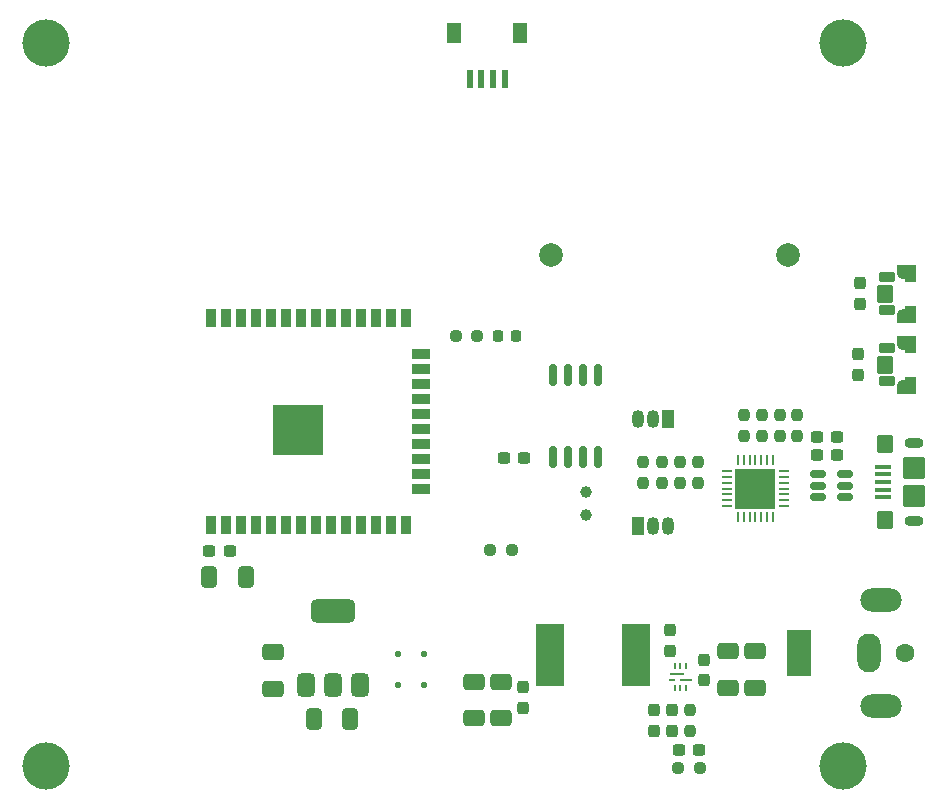
<source format=gbr>
%TF.GenerationSoftware,KiCad,Pcbnew,9.0.3*%
%TF.CreationDate,2025-08-19T04:28:39+03:00*%
%TF.ProjectId,esp,6573702e-6b69-4636-9164-5f7063625858,rev?*%
%TF.SameCoordinates,Original*%
%TF.FileFunction,Soldermask,Top*%
%TF.FilePolarity,Negative*%
%FSLAX46Y46*%
G04 Gerber Fmt 4.6, Leading zero omitted, Abs format (unit mm)*
G04 Created by KiCad (PCBNEW 9.0.3) date 2025-08-19 04:28:39*
%MOMM*%
%LPD*%
G01*
G04 APERTURE LIST*
G04 Aperture macros list*
%AMRoundRect*
0 Rectangle with rounded corners*
0 $1 Rounding radius*
0 $2 $3 $4 $5 $6 $7 $8 $9 X,Y pos of 4 corners*
0 Add a 4 corners polygon primitive as box body*
4,1,4,$2,$3,$4,$5,$6,$7,$8,$9,$2,$3,0*
0 Add four circle primitives for the rounded corners*
1,1,$1+$1,$2,$3*
1,1,$1+$1,$4,$5*
1,1,$1+$1,$6,$7*
1,1,$1+$1,$8,$9*
0 Add four rect primitives between the rounded corners*
20,1,$1+$1,$2,$3,$4,$5,0*
20,1,$1+$1,$4,$5,$6,$7,0*
20,1,$1+$1,$6,$7,$8,$9,0*
20,1,$1+$1,$8,$9,$2,$3,0*%
G04 Aperture macros list end*
%ADD10C,0.010000*%
%ADD11C,1.000000*%
%ADD12RoundRect,0.125000X-0.125000X-0.125000X0.125000X-0.125000X0.125000X0.125000X-0.125000X0.125000X0*%
%ADD13RoundRect,0.250000X-0.650000X0.412500X-0.650000X-0.412500X0.650000X-0.412500X0.650000X0.412500X0*%
%ADD14RoundRect,0.237500X0.250000X0.237500X-0.250000X0.237500X-0.250000X-0.237500X0.250000X-0.237500X0*%
%ADD15RoundRect,0.237500X-0.237500X0.300000X-0.237500X-0.300000X0.237500X-0.300000X0.237500X0.300000X0*%
%ADD16RoundRect,0.150000X-0.512500X-0.150000X0.512500X-0.150000X0.512500X0.150000X-0.512500X0.150000X0*%
%ADD17R,0.249999X0.549999*%
%ADD18R,1.000000X0.249999*%
%ADD19R,1.300000X0.249999*%
%ADD20R,0.549999X0.249999*%
%ADD21R,0.600000X1.550000*%
%ADD22R,1.200000X1.800000*%
%ADD23R,1.050000X1.500000*%
%ADD24O,1.050000X1.500000*%
%ADD25RoundRect,0.375000X0.375000X-0.625000X0.375000X0.625000X-0.375000X0.625000X-0.375000X-0.625000X0*%
%ADD26RoundRect,0.500000X1.400000X-0.500000X1.400000X0.500000X-1.400000X0.500000X-1.400000X-0.500000X0*%
%ADD27RoundRect,0.237500X0.237500X-0.250000X0.237500X0.250000X-0.237500X0.250000X-0.237500X-0.250000X0*%
%ADD28RoundRect,0.150000X0.150000X-0.800000X0.150000X0.800000X-0.150000X0.800000X-0.150000X-0.800000X0*%
%ADD29RoundRect,0.100000X0.575000X-0.100000X0.575000X0.100000X-0.575000X0.100000X-0.575000X-0.100000X0*%
%ADD30O,1.600000X0.900000*%
%ADD31RoundRect,0.250000X0.450000X-0.550000X0.450000X0.550000X-0.450000X0.550000X-0.450000X-0.550000X0*%
%ADD32RoundRect,0.250000X0.700000X-0.700000X0.700000X0.700000X-0.700000X0.700000X-0.700000X-0.700000X0*%
%ADD33RoundRect,0.237500X-0.300000X-0.237500X0.300000X-0.237500X0.300000X0.237500X-0.300000X0.237500X0*%
%ADD34RoundRect,0.237500X-0.237500X0.250000X-0.237500X-0.250000X0.237500X-0.250000X0.237500X0.250000X0*%
%ADD35RoundRect,0.102000X-0.550000X0.350000X-0.550000X-0.350000X0.550000X-0.350000X0.550000X0.350000X0*%
%ADD36RoundRect,0.102000X-0.550000X0.700000X-0.550000X-0.700000X0.550000X-0.700000X0.550000X0.700000X0*%
%ADD37C,2.000000*%
%ADD38C,4.000000*%
%ADD39RoundRect,0.237500X0.237500X-0.300000X0.237500X0.300000X-0.237500X0.300000X-0.237500X-0.300000X0*%
%ADD40RoundRect,0.218750X0.218750X0.256250X-0.218750X0.256250X-0.218750X-0.256250X0.218750X-0.256250X0*%
%ADD41RoundRect,0.062500X0.337500X0.062500X-0.337500X0.062500X-0.337500X-0.062500X0.337500X-0.062500X0*%
%ADD42RoundRect,0.062500X0.062500X0.337500X-0.062500X0.337500X-0.062500X-0.337500X0.062500X-0.337500X0*%
%ADD43R,3.350000X3.350000*%
%ADD44RoundRect,0.250000X0.412500X0.650000X-0.412500X0.650000X-0.412500X-0.650000X0.412500X-0.650000X0*%
%ADD45C,1.600000*%
%ADD46R,2.000000X4.000000*%
%ADD47O,2.000000X3.300000*%
%ADD48O,3.500000X2.000000*%
%ADD49R,0.900000X1.500000*%
%ADD50R,1.500000X0.900000*%
%ADD51R,4.200000X4.200000*%
%ADD52R,2.413000X5.334000*%
%ADD53RoundRect,0.237500X0.300000X0.237500X-0.300000X0.237500X-0.300000X-0.237500X0.300000X-0.237500X0*%
%ADD54RoundRect,0.237500X-0.250000X-0.237500X0.250000X-0.237500X0.250000X0.237500X-0.250000X0.237500X0*%
G04 APERTURE END LIST*
D10*
%TO.C,S1*%
X118087500Y-70150000D02*
X116537500Y-70150000D01*
X116537500Y-69575000D01*
X116538500Y-69549000D01*
X116540500Y-69523000D01*
X116543500Y-69497000D01*
X116548500Y-69471000D01*
X116554500Y-69446000D01*
X116561500Y-69420000D01*
X116570500Y-69396000D01*
X116580500Y-69372000D01*
X116591500Y-69348000D01*
X116604500Y-69325000D01*
X116618500Y-69303000D01*
X116632500Y-69281000D01*
X116648500Y-69260000D01*
X116665500Y-69240000D01*
X116683500Y-69221000D01*
X116702500Y-69203000D01*
X116722500Y-69186000D01*
X116743500Y-69170000D01*
X116765500Y-69156000D01*
X116787500Y-69142000D01*
X116810500Y-69129000D01*
X116834500Y-69118000D01*
X116858500Y-69108000D01*
X116882500Y-69099000D01*
X116908500Y-69092000D01*
X116933500Y-69086000D01*
X116959500Y-69081000D01*
X116985500Y-69078000D01*
X117011500Y-69076000D01*
X117037500Y-69075000D01*
X117237500Y-69075000D01*
X117237500Y-68800000D01*
X118087500Y-68800000D01*
X118087500Y-70150000D01*
G36*
X118087500Y-70150000D02*
G01*
X116537500Y-70150000D01*
X116537500Y-69575000D01*
X116538500Y-69549000D01*
X116540500Y-69523000D01*
X116543500Y-69497000D01*
X116548500Y-69471000D01*
X116554500Y-69446000D01*
X116561500Y-69420000D01*
X116570500Y-69396000D01*
X116580500Y-69372000D01*
X116591500Y-69348000D01*
X116604500Y-69325000D01*
X116618500Y-69303000D01*
X116632500Y-69281000D01*
X116648500Y-69260000D01*
X116665500Y-69240000D01*
X116683500Y-69221000D01*
X116702500Y-69203000D01*
X116722500Y-69186000D01*
X116743500Y-69170000D01*
X116765500Y-69156000D01*
X116787500Y-69142000D01*
X116810500Y-69129000D01*
X116834500Y-69118000D01*
X116858500Y-69108000D01*
X116882500Y-69099000D01*
X116908500Y-69092000D01*
X116933500Y-69086000D01*
X116959500Y-69081000D01*
X116985500Y-69078000D01*
X117011500Y-69076000D01*
X117037500Y-69075000D01*
X117237500Y-69075000D01*
X117237500Y-68800000D01*
X118087500Y-68800000D01*
X118087500Y-70150000D01*
G37*
X118087500Y-66675000D02*
X118087500Y-66700000D01*
X117237500Y-66700000D01*
X117237500Y-66425000D01*
X117037500Y-66425000D01*
X117011500Y-66424000D01*
X116985500Y-66422000D01*
X116959500Y-66419000D01*
X116933500Y-66414000D01*
X116908500Y-66408000D01*
X116882500Y-66401000D01*
X116858500Y-66392000D01*
X116834500Y-66382000D01*
X116810500Y-66371000D01*
X116787500Y-66358000D01*
X116765500Y-66344000D01*
X116743500Y-66330000D01*
X116722500Y-66314000D01*
X116702500Y-66297000D01*
X116683500Y-66279000D01*
X116665500Y-66260000D01*
X116648500Y-66240000D01*
X116632500Y-66219000D01*
X116618500Y-66197000D01*
X116604500Y-66175000D01*
X116591500Y-66152000D01*
X116580500Y-66128000D01*
X116570500Y-66104000D01*
X116561500Y-66080000D01*
X116554500Y-66054000D01*
X116548500Y-66029000D01*
X116543500Y-66003000D01*
X116540500Y-65977000D01*
X116538500Y-65951000D01*
X116537500Y-65925000D01*
X116537500Y-65350000D01*
X118087500Y-65350000D01*
X118087500Y-66675000D01*
G36*
X118087500Y-66675000D02*
G01*
X118087500Y-66700000D01*
X117237500Y-66700000D01*
X117237500Y-66425000D01*
X117037500Y-66425000D01*
X117011500Y-66424000D01*
X116985500Y-66422000D01*
X116959500Y-66419000D01*
X116933500Y-66414000D01*
X116908500Y-66408000D01*
X116882500Y-66401000D01*
X116858500Y-66392000D01*
X116834500Y-66382000D01*
X116810500Y-66371000D01*
X116787500Y-66358000D01*
X116765500Y-66344000D01*
X116743500Y-66330000D01*
X116722500Y-66314000D01*
X116702500Y-66297000D01*
X116683500Y-66279000D01*
X116665500Y-66260000D01*
X116648500Y-66240000D01*
X116632500Y-66219000D01*
X116618500Y-66197000D01*
X116604500Y-66175000D01*
X116591500Y-66152000D01*
X116580500Y-66128000D01*
X116570500Y-66104000D01*
X116561500Y-66080000D01*
X116554500Y-66054000D01*
X116548500Y-66029000D01*
X116543500Y-66003000D01*
X116540500Y-65977000D01*
X116538500Y-65951000D01*
X116537500Y-65925000D01*
X116537500Y-65350000D01*
X118087500Y-65350000D01*
X118087500Y-66675000D01*
G37*
%TO.C,S2*%
X118087500Y-64150000D02*
X116537500Y-64150000D01*
X116537500Y-63575000D01*
X116538500Y-63549000D01*
X116540500Y-63523000D01*
X116543500Y-63497000D01*
X116548500Y-63471000D01*
X116554500Y-63446000D01*
X116561500Y-63420000D01*
X116570500Y-63396000D01*
X116580500Y-63372000D01*
X116591500Y-63348000D01*
X116604500Y-63325000D01*
X116618500Y-63303000D01*
X116632500Y-63281000D01*
X116648500Y-63260000D01*
X116665500Y-63240000D01*
X116683500Y-63221000D01*
X116702500Y-63203000D01*
X116722500Y-63186000D01*
X116743500Y-63170000D01*
X116765500Y-63156000D01*
X116787500Y-63142000D01*
X116810500Y-63129000D01*
X116834500Y-63118000D01*
X116858500Y-63108000D01*
X116882500Y-63099000D01*
X116908500Y-63092000D01*
X116933500Y-63086000D01*
X116959500Y-63081000D01*
X116985500Y-63078000D01*
X117011500Y-63076000D01*
X117037500Y-63075000D01*
X117237500Y-63075000D01*
X117237500Y-62800000D01*
X118087500Y-62800000D01*
X118087500Y-64150000D01*
G36*
X118087500Y-64150000D02*
G01*
X116537500Y-64150000D01*
X116537500Y-63575000D01*
X116538500Y-63549000D01*
X116540500Y-63523000D01*
X116543500Y-63497000D01*
X116548500Y-63471000D01*
X116554500Y-63446000D01*
X116561500Y-63420000D01*
X116570500Y-63396000D01*
X116580500Y-63372000D01*
X116591500Y-63348000D01*
X116604500Y-63325000D01*
X116618500Y-63303000D01*
X116632500Y-63281000D01*
X116648500Y-63260000D01*
X116665500Y-63240000D01*
X116683500Y-63221000D01*
X116702500Y-63203000D01*
X116722500Y-63186000D01*
X116743500Y-63170000D01*
X116765500Y-63156000D01*
X116787500Y-63142000D01*
X116810500Y-63129000D01*
X116834500Y-63118000D01*
X116858500Y-63108000D01*
X116882500Y-63099000D01*
X116908500Y-63092000D01*
X116933500Y-63086000D01*
X116959500Y-63081000D01*
X116985500Y-63078000D01*
X117011500Y-63076000D01*
X117037500Y-63075000D01*
X117237500Y-63075000D01*
X117237500Y-62800000D01*
X118087500Y-62800000D01*
X118087500Y-64150000D01*
G37*
X118087500Y-60675000D02*
X118087500Y-60700000D01*
X117237500Y-60700000D01*
X117237500Y-60425000D01*
X117037500Y-60425000D01*
X117011500Y-60424000D01*
X116985500Y-60422000D01*
X116959500Y-60419000D01*
X116933500Y-60414000D01*
X116908500Y-60408000D01*
X116882500Y-60401000D01*
X116858500Y-60392000D01*
X116834500Y-60382000D01*
X116810500Y-60371000D01*
X116787500Y-60358000D01*
X116765500Y-60344000D01*
X116743500Y-60330000D01*
X116722500Y-60314000D01*
X116702500Y-60297000D01*
X116683500Y-60279000D01*
X116665500Y-60260000D01*
X116648500Y-60240000D01*
X116632500Y-60219000D01*
X116618500Y-60197000D01*
X116604500Y-60175000D01*
X116591500Y-60152000D01*
X116580500Y-60128000D01*
X116570500Y-60104000D01*
X116561500Y-60080000D01*
X116554500Y-60054000D01*
X116548500Y-60029000D01*
X116543500Y-60003000D01*
X116540500Y-59977000D01*
X116538500Y-59951000D01*
X116537500Y-59925000D01*
X116537500Y-59350000D01*
X118087500Y-59350000D01*
X118087500Y-60675000D01*
G36*
X118087500Y-60675000D02*
G01*
X118087500Y-60700000D01*
X117237500Y-60700000D01*
X117237500Y-60425000D01*
X117037500Y-60425000D01*
X117011500Y-60424000D01*
X116985500Y-60422000D01*
X116959500Y-60419000D01*
X116933500Y-60414000D01*
X116908500Y-60408000D01*
X116882500Y-60401000D01*
X116858500Y-60392000D01*
X116834500Y-60382000D01*
X116810500Y-60371000D01*
X116787500Y-60358000D01*
X116765500Y-60344000D01*
X116743500Y-60330000D01*
X116722500Y-60314000D01*
X116702500Y-60297000D01*
X116683500Y-60279000D01*
X116665500Y-60260000D01*
X116648500Y-60240000D01*
X116632500Y-60219000D01*
X116618500Y-60197000D01*
X116604500Y-60175000D01*
X116591500Y-60152000D01*
X116580500Y-60128000D01*
X116570500Y-60104000D01*
X116561500Y-60080000D01*
X116554500Y-60054000D01*
X116548500Y-60029000D01*
X116543500Y-60003000D01*
X116540500Y-59977000D01*
X116538500Y-59951000D01*
X116537500Y-59925000D01*
X116537500Y-59350000D01*
X118087500Y-59350000D01*
X118087500Y-60675000D01*
G37*
%TD*%
D11*
%TO.C,Y1*%
X90200000Y-80450000D03*
X90200000Y-78550000D03*
%TD*%
D12*
%TO.C,D3*%
X74300000Y-92250000D03*
X76500000Y-92250000D03*
%TD*%
D13*
%TO.C,C6*%
X104500000Y-92037500D03*
X104500000Y-95162500D03*
%TD*%
D14*
%TO.C,R5*%
X83912500Y-83450000D03*
X82087500Y-83450000D03*
%TD*%
D15*
%TO.C,C10*%
X96000000Y-97037500D03*
X96000000Y-98762500D03*
%TD*%
D16*
%TO.C,U1*%
X109862500Y-77050000D03*
X109862500Y-78000000D03*
X109862500Y-78950000D03*
X112137500Y-78950000D03*
X112137500Y-78000000D03*
X112137500Y-77050000D03*
%TD*%
D17*
%TO.C,U6*%
X97699998Y-95124997D03*
X98199997Y-95124997D03*
X98699999Y-95124997D03*
D18*
X98649999Y-94450000D03*
D17*
X98699999Y-93274998D03*
X98199997Y-93274998D03*
X97699998Y-93274998D03*
D19*
X97900001Y-93950000D03*
D20*
X97525000Y-94450000D03*
%TD*%
D21*
%TO.C,J3*%
X83346000Y-43599999D03*
X82345999Y-43599999D03*
X81345999Y-43599999D03*
X80346001Y-43599999D03*
D22*
X84646000Y-39699999D03*
X79046001Y-39699999D03*
%TD*%
D23*
%TO.C,Q1*%
X94600000Y-81460000D03*
D24*
X95870000Y-81460000D03*
X97140000Y-81460000D03*
%TD*%
D13*
%TO.C,C17*%
X83000000Y-94587500D03*
X83000000Y-97712500D03*
%TD*%
%TO.C,C7*%
X102200000Y-92037500D03*
X102200000Y-95162500D03*
%TD*%
D14*
%TO.C,R11*%
X99812500Y-101900000D03*
X97987500Y-101900000D03*
%TD*%
D25*
%TO.C,U5*%
X66500000Y-94900000D03*
X68800000Y-94900000D03*
D26*
X68800000Y-88600000D03*
D25*
X71100000Y-94900000D03*
%TD*%
D27*
%TO.C,R1*%
X108100000Y-73812500D03*
X108100000Y-71987500D03*
%TD*%
%TO.C,R12*%
X99000000Y-98812500D03*
X99000000Y-96987500D03*
%TD*%
D28*
%TO.C,U3*%
X87395000Y-75600000D03*
X88665000Y-75600000D03*
X89935000Y-75600000D03*
X91205000Y-75600000D03*
X91205000Y-68600000D03*
X89935000Y-68600000D03*
X88665000Y-68600000D03*
X87395000Y-68600000D03*
%TD*%
D29*
%TO.C,J2*%
X115325000Y-79000000D03*
X115325000Y-78350000D03*
X115325000Y-77700000D03*
X115325000Y-77050000D03*
X115325000Y-76400000D03*
D30*
X118000000Y-81000000D03*
D31*
X115550000Y-80900000D03*
D32*
X118000000Y-78900000D03*
X118000000Y-76500000D03*
D31*
X115550000Y-74500000D03*
D30*
X118000000Y-74400000D03*
%TD*%
D13*
%TO.C,C12*%
X63700000Y-92087500D03*
X63700000Y-95212500D03*
%TD*%
D33*
%TO.C,C1*%
X109737500Y-75400000D03*
X111462500Y-75400000D03*
%TD*%
%TO.C,C20*%
X83237500Y-75650000D03*
X84962500Y-75650000D03*
%TD*%
D15*
%TO.C,C19*%
X84900000Y-95087500D03*
X84900000Y-96812500D03*
%TD*%
D34*
%TO.C,R9*%
X99700000Y-75987500D03*
X99700000Y-77812500D03*
%TD*%
D15*
%TO.C,C9*%
X97500000Y-97037500D03*
X97500000Y-98762500D03*
%TD*%
D33*
%TO.C,C2*%
X109737500Y-73900000D03*
X111462500Y-73900000D03*
%TD*%
D35*
%TO.C,S1*%
X115687500Y-66350000D03*
X115687500Y-69150000D03*
D36*
X115537500Y-67750000D03*
%TD*%
D37*
%TO.C,bat_3v1*%
X87275062Y-58500000D03*
X107275062Y-58500000D03*
%TD*%
D38*
%TO.C,HO1*%
X44500000Y-101750000D03*
%TD*%
%TO.C,HO2*%
X112000000Y-101750000D03*
%TD*%
D39*
%TO.C,C3*%
X113200000Y-68612500D03*
X113200000Y-66887500D03*
%TD*%
D27*
%TO.C,R7*%
X95070000Y-77812500D03*
X95070000Y-75987500D03*
%TD*%
D40*
%TO.C,D1*%
X84287500Y-65350000D03*
X82712500Y-65350000D03*
%TD*%
D41*
%TO.C,U2*%
X107000000Y-79750000D03*
X107000000Y-79250000D03*
X107000000Y-78750000D03*
X107000000Y-78250000D03*
X107000000Y-77750000D03*
X107000000Y-77250000D03*
X107000000Y-76750000D03*
D42*
X106050000Y-75800000D03*
X105550000Y-75800000D03*
X105050000Y-75800000D03*
X104550000Y-75800000D03*
X104050000Y-75800000D03*
X103550000Y-75800000D03*
X103050000Y-75800000D03*
D41*
X102100000Y-76750000D03*
X102100000Y-77250000D03*
X102100000Y-77750000D03*
X102100000Y-78250000D03*
X102100000Y-78750000D03*
X102100000Y-79250000D03*
X102100000Y-79750000D03*
D42*
X103050000Y-80700000D03*
X103550000Y-80700000D03*
X104050000Y-80700000D03*
X104550000Y-80700000D03*
X105050000Y-80700000D03*
X105550000Y-80700000D03*
X106050000Y-80700000D03*
D43*
X104550000Y-78250000D03*
%TD*%
D27*
%TO.C,R8*%
X96670000Y-77812500D03*
X96670000Y-75987500D03*
%TD*%
D35*
%TO.C,S2*%
X115687500Y-60350000D03*
X115687500Y-63150000D03*
D36*
X115537500Y-61750000D03*
%TD*%
D44*
%TO.C,C11*%
X70262500Y-97750000D03*
X67137500Y-97750000D03*
%TD*%
D45*
%TO.C,J1*%
X117200000Y-92200000D03*
D46*
X108200000Y-92200000D03*
D47*
X114200000Y-92200000D03*
D48*
X115200000Y-96700000D03*
X115200000Y-87700000D03*
%TD*%
D39*
%TO.C,C13*%
X97300000Y-91962500D03*
X97300000Y-90237500D03*
%TD*%
D49*
%TO.C,U4*%
X58450000Y-81350000D03*
X59720000Y-81350000D03*
X60990000Y-81350000D03*
X62260000Y-81350000D03*
X63530000Y-81350000D03*
X64800000Y-81350000D03*
X66070000Y-81350000D03*
X67340000Y-81350000D03*
X68610000Y-81350000D03*
X69880000Y-81350000D03*
X71150000Y-81350000D03*
X72420000Y-81350000D03*
X73690000Y-81350000D03*
X74960000Y-81350000D03*
D50*
X76210000Y-78310000D03*
X76210000Y-77040000D03*
X76210000Y-75770000D03*
X76210000Y-74500000D03*
X76210000Y-73230000D03*
X76210000Y-71960000D03*
X76210000Y-70690000D03*
X76210000Y-69420000D03*
X76210000Y-68150000D03*
X76210000Y-66880000D03*
D49*
X74960000Y-63850000D03*
X73690000Y-63850000D03*
X72420000Y-63850000D03*
X71150000Y-63850000D03*
X69880000Y-63850000D03*
X68610000Y-63850000D03*
X67340000Y-63850000D03*
X66070000Y-63850000D03*
X64800000Y-63850000D03*
X63530000Y-63850000D03*
X62260000Y-63850000D03*
X60990000Y-63850000D03*
X59720000Y-63850000D03*
X58450000Y-63850000D03*
D51*
X65790000Y-73280000D03*
%TD*%
D12*
%TO.C,D2*%
X74300000Y-94850000D03*
X76500000Y-94850000D03*
%TD*%
D52*
%TO.C,L2*%
X87180500Y-92350000D03*
X94419500Y-92350000D03*
%TD*%
D38*
%TO.C,HO4*%
X112000000Y-40500000D03*
%TD*%
D27*
%TO.C,R3*%
X105100000Y-73812500D03*
X105100000Y-71987500D03*
%TD*%
D34*
%TO.C,R10*%
X98200000Y-75987500D03*
X98200000Y-77812500D03*
%TD*%
D53*
%TO.C,C5*%
X60047500Y-83500000D03*
X58322500Y-83500000D03*
%TD*%
D23*
%TO.C,Q2*%
X97140000Y-72340000D03*
D24*
X95870000Y-72340000D03*
X94600000Y-72340000D03*
%TD*%
D44*
%TO.C,C4*%
X61447500Y-85700000D03*
X58322500Y-85700000D03*
%TD*%
D33*
%TO.C,C14*%
X98037500Y-100400000D03*
X99762500Y-100400000D03*
%TD*%
D34*
%TO.C,R2*%
X106600000Y-71987500D03*
X106600000Y-73812500D03*
%TD*%
D15*
%TO.C,C8*%
X100200000Y-92737500D03*
X100200000Y-94462500D03*
%TD*%
D34*
%TO.C,R4*%
X103600000Y-71987500D03*
X103600000Y-73812500D03*
%TD*%
D13*
%TO.C,C18*%
X80700000Y-94587500D03*
X80700000Y-97712500D03*
%TD*%
D54*
%TO.C,R6*%
X79187500Y-65350000D03*
X81012500Y-65350000D03*
%TD*%
D38*
%TO.C,HO3*%
X44500000Y-40500000D03*
%TD*%
D39*
%TO.C,C16*%
X113400000Y-62612500D03*
X113400000Y-60887500D03*
%TD*%
M02*

</source>
